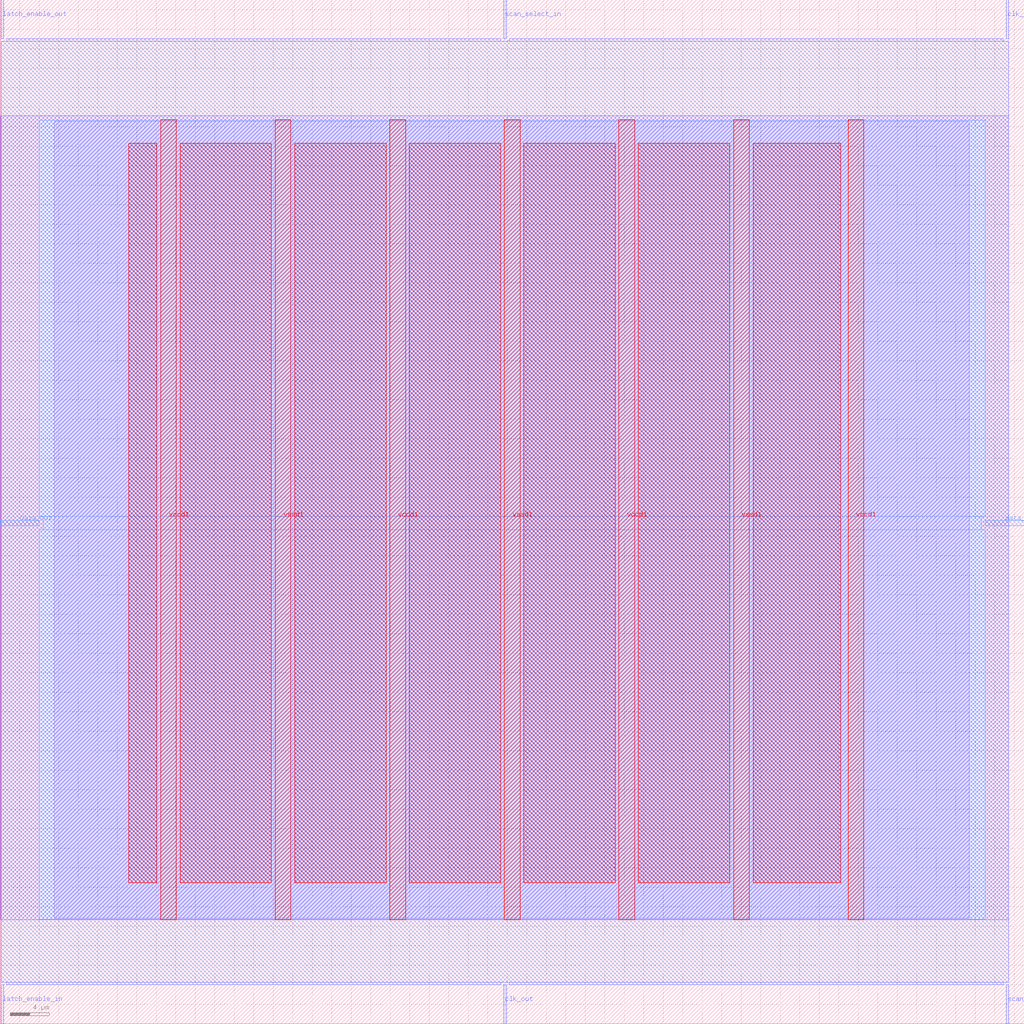
<source format=lef>
VERSION 5.7 ;
  NOWIREEXTENSIONATPIN ON ;
  DIVIDERCHAR "/" ;
  BUSBITCHARS "[]" ;
MACRO scan_wrapper_341193419111006803
  CLASS BLOCK ;
  FOREIGN scan_wrapper_341193419111006803 ;
  ORIGIN 0.000 0.000 ;
  SIZE 105.000 BY 105.000 ;
  PIN clk_in
    DIRECTION INPUT ;
    USE SIGNAL ;
    PORT
      LAYER met2 ;
        RECT 103.130 101.000 103.410 105.000 ;
    END
  END clk_in
  PIN clk_out
    DIRECTION OUTPUT TRISTATE ;
    USE SIGNAL ;
    PORT
      LAYER met2 ;
        RECT 51.610 0.000 51.890 4.000 ;
    END
  END clk_out
  PIN data_in
    DIRECTION INPUT ;
    USE SIGNAL ;
    PORT
      LAYER met3 ;
        RECT 101.000 51.040 105.000 51.640 ;
    END
  END data_in
  PIN data_out
    DIRECTION OUTPUT TRISTATE ;
    USE SIGNAL ;
    PORT
      LAYER met3 ;
        RECT 0.000 51.040 4.000 51.640 ;
    END
  END data_out
  PIN latch_enable_in
    DIRECTION INPUT ;
    USE SIGNAL ;
    PORT
      LAYER met2 ;
        RECT 0.090 0.000 0.370 4.000 ;
    END
  END latch_enable_in
  PIN latch_enable_out
    DIRECTION OUTPUT TRISTATE ;
    USE SIGNAL ;
    PORT
      LAYER met2 ;
        RECT 0.090 101.000 0.370 105.000 ;
    END
  END latch_enable_out
  PIN scan_select_in
    DIRECTION INPUT ;
    USE SIGNAL ;
    PORT
      LAYER met2 ;
        RECT 51.610 101.000 51.890 105.000 ;
    END
  END scan_select_in
  PIN scan_select_out
    DIRECTION OUTPUT TRISTATE ;
    USE SIGNAL ;
    PORT
      LAYER met2 ;
        RECT 103.130 0.000 103.410 4.000 ;
    END
  END scan_select_out
  PIN vccd1
    DIRECTION INOUT ;
    USE POWER ;
    PORT
      LAYER met4 ;
        RECT 16.465 10.640 18.065 92.720 ;
    END
    PORT
      LAYER met4 ;
        RECT 39.955 10.640 41.555 92.720 ;
    END
    PORT
      LAYER met4 ;
        RECT 63.445 10.640 65.045 92.720 ;
    END
    PORT
      LAYER met4 ;
        RECT 86.935 10.640 88.535 92.720 ;
    END
  END vccd1
  PIN vssd1
    DIRECTION INOUT ;
    USE GROUND ;
    PORT
      LAYER met4 ;
        RECT 28.210 10.640 29.810 92.720 ;
    END
    PORT
      LAYER met4 ;
        RECT 51.700 10.640 53.300 92.720 ;
    END
    PORT
      LAYER met4 ;
        RECT 75.190 10.640 76.790 92.720 ;
    END
  END vssd1
  OBS
      LAYER li1 ;
        RECT 5.520 10.795 99.360 92.565 ;
      LAYER met1 ;
        RECT 0.070 10.640 103.430 93.120 ;
      LAYER met2 ;
        RECT 0.650 100.720 51.330 101.000 ;
        RECT 52.170 100.720 102.850 101.000 ;
        RECT 0.100 4.280 103.400 100.720 ;
        RECT 0.650 4.000 51.330 4.280 ;
        RECT 52.170 4.000 102.850 4.280 ;
      LAYER met3 ;
        RECT 4.000 52.040 101.000 92.645 ;
        RECT 4.400 50.640 100.600 52.040 ;
        RECT 4.000 10.715 101.000 50.640 ;
      LAYER met4 ;
        RECT 13.175 14.455 16.065 90.265 ;
        RECT 18.465 14.455 27.810 90.265 ;
        RECT 30.210 14.455 39.555 90.265 ;
        RECT 41.955 14.455 51.300 90.265 ;
        RECT 53.700 14.455 63.045 90.265 ;
        RECT 65.445 14.455 74.790 90.265 ;
        RECT 77.190 14.455 86.185 90.265 ;
  END
END scan_wrapper_341193419111006803
END LIBRARY


</source>
